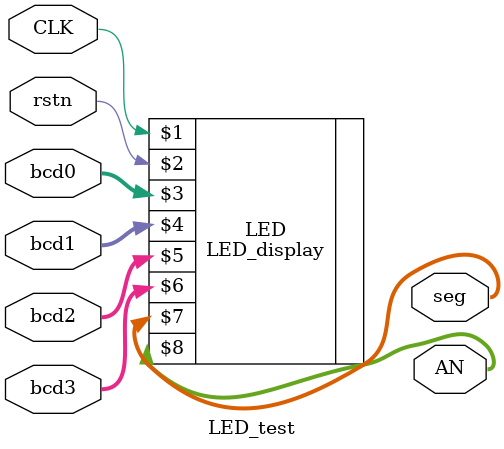
<source format=v>
`timescale 1ns / 1ps


module LED_test(input CLK,
    input rstn,
    input [3:0] bcd0, //4 7-segment tube
    input [3:0] bcd1,
    input [3:0] bcd2,
    input [3:0] bcd3,
    output [6:0] seg,
    output [3:0] AN
);
    
    LED_display LED(CLK, rstn,bcd0,bcd1,bcd2,bcd3, seg, AN);
endmodule

</source>
